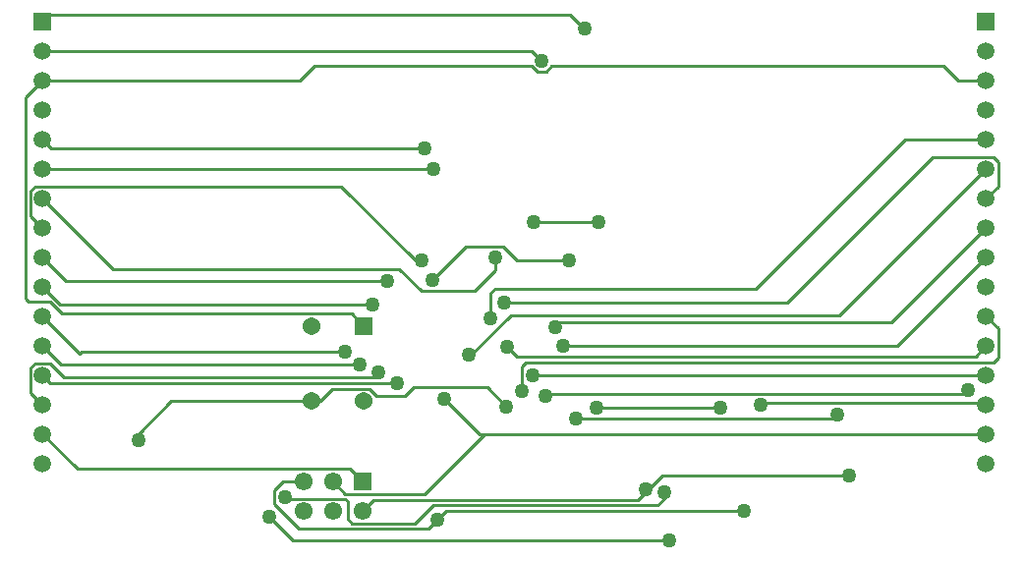
<source format=gbl>
%FSTAX23Y23*%
%MOIN*%
%SFA1B1*%

%IPPOS*%
%ADD29C,0.010000*%
%ADD30C,0.059050*%
%ADD31R,0.059050X0.059050*%
%ADD32C,0.061020*%
%ADD33R,0.061020X0.061020*%
%ADD34C,0.060630*%
%ADD35R,0.060630X0.060630*%
%ADD36C,0.050000*%
%LNcarduino-1*%
%LPD*%
G54D29*
X01583Y00592D02*
X01648Y00527D01*
X01333Y00592D02*
X01583D01*
X01304Y00563D02*
X01333Y00592D01*
X01207Y00563D02*
X01304D01*
X01184Y00586D02*
X01207Y00563D01*
X01059Y00586D02*
X01184D01*
X01018Y00545D02*
X01059Y00586D01*
X00987Y00545D02*
X01018D01*
X01737Y00633D02*
X03276D01*
Y00833D02*
X03317Y00792D01*
Y00693D02*
Y00792D01*
X033Y00676D02*
X03317Y00693D01*
X01701Y00663D02*
X01714Y00676D01*
X01701Y0058D02*
Y00663D01*
X02954Y00811D02*
X03276Y01133D01*
X01828Y00811D02*
X02954D01*
X00899Y0022D02*
X00904Y00214D01*
X01102*
X0111Y00206*
Y00145D02*
Y00206D01*
Y00145D02*
X01125Y0013D01*
X01338*
X014Y00192*
X02162*
X02183Y00213*
X01372Y0023D02*
X01574Y00433D01*
X01102Y0023D02*
X01372D01*
X0106Y00273D02*
X01102Y0023D01*
X00076Y01233D02*
X00314Y00994D01*
X01284*
X0136Y00918*
X01542*
X00076Y00633D02*
X00102Y00606D01*
X01279*
X00076Y00733D02*
X00139Y00669D01*
X00511Y00545D02*
X00987D01*
X00076Y01633D02*
X00947D01*
X03182D02*
X03276D01*
X00076Y00933D02*
X00136Y00872D01*
X01195*
X00019Y01576D02*
X00076Y01633D01*
X00019Y00892D02*
Y01576D01*
Y00892D02*
X00029Y00882D01*
X001*
X0014Y00842*
X01123*
X01164Y008*
X00891Y00273D02*
X0096D01*
X00862Y00243D02*
X00891Y00273D01*
X00862Y00196D02*
Y00243D01*
Y00196D02*
X00945Y00113D01*
X01384*
X00076Y00433D02*
X00193Y00315D01*
X01117*
X0116Y00273*
X00035Y00574D02*
X00076Y00533D01*
X00035Y00574D02*
Y00659D01*
X0005Y00674*
X001*
X00149Y00625*
X01199*
X01216Y00642*
X00076Y00833D02*
X00201Y00707D01*
X00076Y01033D02*
X00154Y00954D01*
X01245*
X00035Y01174D02*
X00076Y01133D01*
X00035Y01174D02*
Y01258D01*
X0005Y01273*
X01089*
X00076Y01733D02*
X01736D01*
X01769Y017*
X01596Y00827D02*
Y00913D01*
X0161Y00927*
X02496*
X03001Y01433*
X03276*
X02779Y00836D02*
X03276Y01333D01*
X01663Y00836D02*
X02779D01*
X03096Y01374D02*
X033D01*
X03317Y01357*
Y01274D02*
Y01357D01*
X03276Y01233D02*
X03317Y01274D01*
X0116Y00173D02*
X01197Y0021D01*
X02095*
X02121Y00237D02*
Y00247D01*
X01956Y00522D02*
X02376D01*
X01438Y00554D02*
X01559Y00433D01*
X02095Y0021D02*
X02121Y00237D01*
X01559Y00433D02*
X01574D01*
X03276*
X02601Y00879D02*
X03096Y01374D01*
X0164Y00879D02*
X02601D01*
X0174Y01153D02*
X0196D01*
X00076Y01833D02*
X00099Y01856D01*
X01865*
X01912Y01809*
X01916*
X004Y00433D02*
X00511Y00545D01*
X01683Y01023D02*
X0186D01*
X00139Y00669D02*
X01152D01*
X02177Y00293D02*
X0281D01*
X00076Y01333D02*
X01401D01*
X00106Y01403D02*
X0137D01*
X00076Y01433D02*
X00106Y01403D01*
X02183Y00213D02*
Y00226D01*
X00924Y00073D02*
X022D01*
X00844Y00152D02*
X00924Y00073D01*
X0327Y00539D02*
X03276Y00533D01*
X02518Y00539D02*
X0327D01*
X0277Y00499D02*
X0278Y00489D01*
X01529Y00703D02*
X01663Y00836D01*
X0152Y00703D02*
X01529D01*
X01384Y00113D02*
X01413Y00143D01*
X00201Y00707D02*
X00207Y00713D01*
X011*
X01714Y00676D02*
X033D01*
X0184Y00733D02*
X02976D01*
X01683Y00697D02*
X0324D01*
X02976Y00733D02*
X03276Y01033D01*
X0165Y0073D02*
X01683Y00697D01*
X0324D02*
X03276Y00733D01*
X01813Y00797D02*
X01828Y00811D01*
X01089Y01273D02*
X0134Y01023D01*
X0136*
X02512Y00533D02*
X02518Y00539D01*
X03201Y00569D02*
X03216Y00583D01*
X0178Y00563D02*
X01786Y00569D01*
X03201*
X01542Y00918D02*
X01612Y00988D01*
X0161Y0099D02*
X01612Y00988D01*
X0161Y0099D02*
Y01033D01*
X01511Y01069D02*
X01637D01*
X01398Y00955D02*
X01511Y01069D01*
X01637D02*
X01683Y01023D01*
X01413Y00143D02*
X01445Y00174D01*
X02456*
X004Y00413D02*
Y00433D01*
X01885Y00485D02*
X02776D01*
X0278Y00489*
X00947Y01633D02*
X00997Y01683D01*
X03132D02*
X03182Y01633D01*
X00997Y01683D02*
X01735D01*
X01754Y01664*
X01783*
X01802Y01683*
X03132*
X02121Y00237D02*
X02177Y00293D01*
G54D30*
X03276Y00333D03*
Y00433D03*
Y00533D03*
Y00633D03*
Y00733D03*
Y00833D03*
Y00933D03*
Y01033D03*
Y01133D03*
Y01233D03*
Y01333D03*
Y01433D03*
Y01533D03*
Y01633D03*
Y01733D03*
X00076Y00333D03*
Y00433D03*
Y00533D03*
Y00633D03*
Y00733D03*
Y00833D03*
Y00933D03*
Y01033D03*
Y01133D03*
Y01233D03*
Y01333D03*
Y01433D03*
Y01533D03*
Y01633D03*
Y01733D03*
G54D31*
X03276Y01833D03*
X00076D03*
G54D32*
X0096Y00173D03*
Y00273D03*
X0106Y00173D03*
Y00273D03*
X0116Y00173D03*
G54D33*
X0116Y00273D03*
G54D34*
X00987Y00545D03*
Y008D03*
X01164Y00545D03*
G54D35*
X01164Y008D03*
G54D36*
X01648Y00527D03*
X01737Y00633D03*
X01701Y0058D03*
X00899Y0022D03*
X01279Y00606D03*
X01195Y00872D03*
X01885Y00485D03*
X02456Y00174D03*
X01216Y00642D03*
X01245Y00954D03*
X01769Y017D03*
X01596Y00827D03*
X0164Y00879D03*
X03216Y00583D03*
X02121Y00247D03*
X01956Y00522D03*
X02376D03*
X01438Y00554D03*
X00844Y00152D03*
X01398Y00955D03*
X0174Y01153D03*
X0196D03*
X01916Y01809D03*
X0186Y01023D03*
X01152Y00669D03*
X0281Y00293D03*
X01401Y01333D03*
X0137Y01403D03*
X02183Y00236D03*
X022Y00073D03*
X0277Y00499D03*
X0152Y00703D03*
X0165Y0073D03*
X01413Y00143D03*
X011Y00713D03*
X0184Y00733D03*
X01813Y00797D03*
X0136Y01023D03*
X02512Y00533D03*
X0178Y00563D03*
X0161Y01033D03*
X004Y00413D03*
M02*
</source>
